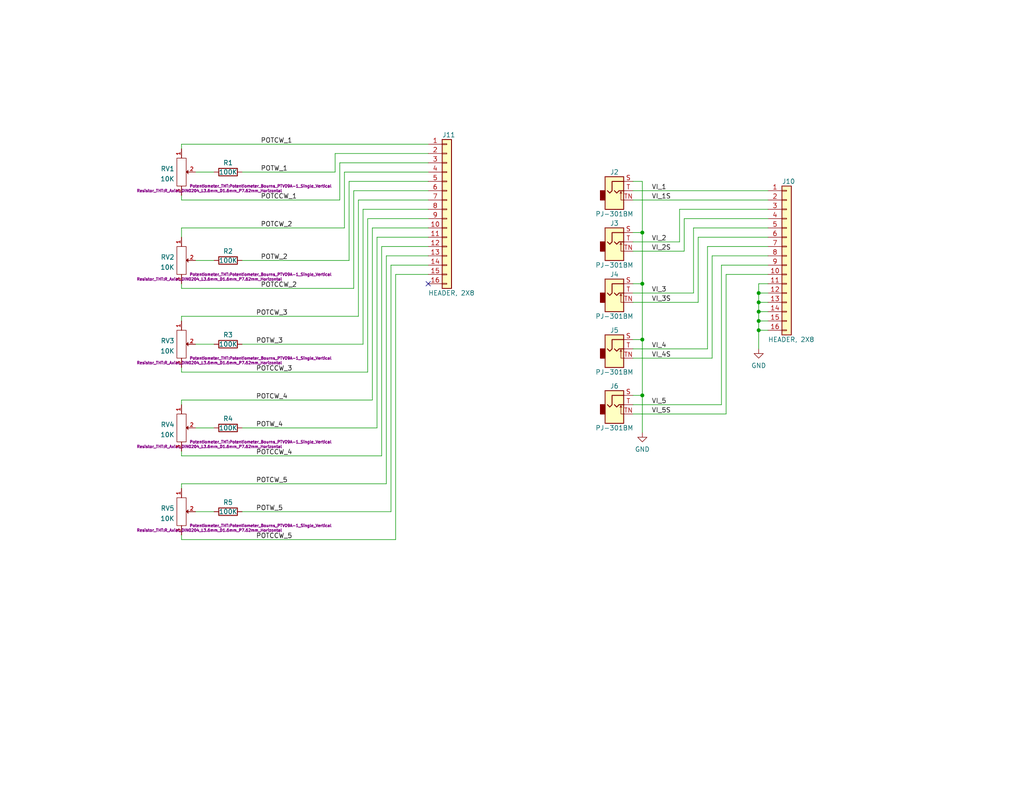
<source format=kicad_sch>
(kicad_sch (version 20211123) (generator eeschema)
  (paper "A")
  (title_block (title "SYNTH-MIXER5-01") (date "2022-10-04") (rev "1") (comment 1 "5 CHANNEL MIXER") (comment 2 "https://note.com/solder_state/n/nffc1a33053be"))
  (lib_symbols
    (symbol "Connector:AudioJack2_SwitchT"
      (property "Reference" "J" (at 0 8.89 0))
      (property "Value" "AudioJack2_SwitchT" (at 0 6.35 0))
      (symbol "AudioJack2_SwitchT_0_1"
        (rectangle (start -2.54 0) (end -3.81 -2.54) (stroke (width 0.254)) (fill (type outline)))
        (polyline (pts (xy 1.778 -0.254) (xy 2.032 -0.762)))
        (polyline (pts (xy 0 0) (xy 0.635 -0.635) (xy 1.27 0) (xy 2.54 0)) (stroke (width 0.254)))
        (polyline (pts (xy 2.54 -2.54) (xy 1.778 -2.54) (xy 1.778 -0.254) (xy 1.524 -0.762)))
        (polyline (pts (xy 2.54 2.54) (xy -0.635 2.54) (xy -0.635 0) (xy -1.27 -0.635) (xy -1.905 0)) (stroke (width 0.254)))
        (rectangle (start 2.54 3.81) (end -2.54 -5.08) (stroke (width 0.254)) (fill (type background)))
      )
      (symbol "AudioJack2_SwitchT_1_1"
        (pin passive line (at 5.08 2.54 180) (length 2.54) (name "~") (number "S"))
        (pin passive line (at 5.08 0 180) (length 2.54) (name "~") (number "T"))
        (pin passive line (at 5.08 -2.54 180) (length 2.54) (name "~") (number "TN"))
      )
    )
    (symbol "Connector_Generic:Conn_01x16" (pin_names (offset 1.016) hide)
      (property "Reference" "J" (at 0 20.32 0))
      (property "Value" "Conn_01x16" (at 0 -22.86 0))
      (symbol "Conn_01x16_1_1"
        (rectangle (start -1.27 -20.193) (end 0 -20.447) (stroke (width 0.1524)))
        (rectangle (start -1.27 -17.653) (end 0 -17.907) (stroke (width 0.1524)))
        (rectangle (start -1.27 -15.113) (end 0 -15.367) (stroke (width 0.1524)))
        (rectangle (start -1.27 -12.573) (end 0 -12.827) (stroke (width 0.1524)))
        (rectangle (start -1.27 -10.033) (end 0 -10.287) (stroke (width 0.1524)))
        (rectangle (start -1.27 -7.493) (end 0 -7.747) (stroke (width 0.1524)))
        (rectangle (start -1.27 -4.953) (end 0 -5.207) (stroke (width 0.1524)))
        (rectangle (start -1.27 -2.413) (end 0 -2.667) (stroke (width 0.1524)))
        (rectangle (start -1.27 0.127) (end 0 -0.127) (stroke (width 0.1524)))
        (rectangle (start -1.27 2.667) (end 0 2.413) (stroke (width 0.1524)))
        (rectangle (start -1.27 5.207) (end 0 4.953) (stroke (width 0.1524)))
        (rectangle (start -1.27 7.747) (end 0 7.493) (stroke (width 0.1524)))
        (rectangle (start -1.27 10.287) (end 0 10.033) (stroke (width 0.1524)))
        (rectangle (start -1.27 12.827) (end 0 12.573) (stroke (width 0.1524)))
        (rectangle (start -1.27 15.367) (end 0 15.113) (stroke (width 0.1524)))
        (rectangle (start -1.27 17.907) (end 0 17.653) (stroke (width 0.1524)))
        (rectangle (start -1.27 19.05) (end 1.27 -21.59) (stroke (width 0.254)) (fill (type background)))
        (pin passive line (at -5.08 17.78 0) (length 3.81) (name "Pin_1") (number "1"))
        (pin passive line (at -5.08 -5.08 0) (length 3.81) (name "Pin_10") (number "10"))
        (pin passive line (at -5.08 -7.62 0) (length 3.81) (name "Pin_11") (number "11"))
        (pin passive line (at -5.08 -10.16 0) (length 3.81) (name "Pin_12") (number "12"))
        (pin passive line (at -5.08 -12.7 0) (length 3.81) (name "Pin_13") (number "13"))
        (pin passive line (at -5.08 -15.24 0) (length 3.81) (name "Pin_14") (number "14"))
        (pin passive line (at -5.08 -17.78 0) (length 3.81) (name "Pin_15") (number "15"))
        (pin passive line (at -5.08 -20.32 0) (length 3.81) (name "Pin_16") (number "16"))
        (pin passive line (at -5.08 15.24 0) (length 3.81) (name "Pin_2") (number "2"))
        (pin passive line (at -5.08 12.7 0) (length 3.81) (name "Pin_3") (number "3"))
        (pin passive line (at -5.08 10.16 0) (length 3.81) (name "Pin_4") (number "4"))
        (pin passive line (at -5.08 7.62 0) (length 3.81) (name "Pin_5") (number "5"))
        (pin passive line (at -5.08 5.08 0) (length 3.81) (name "Pin_6") (number "6"))
        (pin passive line (at -5.08 2.54 0) (length 3.81) (name "Pin_7") (number "7"))
        (pin passive line (at -5.08 0 0) (length 3.81) (name "Pin_8") (number "8"))
        (pin passive line (at -5.08 -2.54 0) (length 3.81) (name "Pin_9") (number "9"))
      )
    )
    (symbol "Device:R" (pin_numbers hide) (pin_names (offset 0))
      (property "Reference" "R" (at 2.032 0 90))
      (property "Value" "R" (at 0 0 90))
      (symbol "R_0_1"
        (rectangle (start -1.016 -2.54) (end 1.016 2.54) (stroke (width 0.254)))
      )
      (symbol "R_1_1"
        (pin passive line (at 0 3.81 270) (length 1.27) (name "~") (number "1"))
        (pin passive line (at 0 -3.81 90) (length 1.27) (name "~") (number "2"))
      )
    )
    (symbol "LandBoards:POT" (pin_names (offset 1.016) hide)
      (property "Reference" "RV" (at 0 -2.54 0))
      (property "Value" "POT" (at 0 0 0))
      (symbol "POT_0_1"
        (rectangle (start -3.81 1.27) (end 3.81 -1.27))
        (polyline (pts (xy 0 1.27) (xy -0.508 1.778) (xy 0.508 1.778)) (fill (type outline)))
      )
      (symbol "POT_1_1"
        (pin passive line (at -6.35 0 0) (length 2.54) (name "1") (number "1"))
        (pin passive line (at 0 3.81 270) (length 2.032) (name "2") (number "2"))
        (pin passive line (at 6.35 0 180) (length 2.54) (name "3") (number "3"))
      )
    )
    (symbol "power:GND" (power) (pin_names (offset 0))
      (property "Value" "GND" (at 0 -3.81 0))
      (symbol "GND_0_1"
        (polyline (pts (xy 0 0) (xy 0 -1.27) (xy 1.27 -1.27) (xy 0 -2.54) (xy -1.27 -1.27) (xy 0 -1.27)))
      )
      (symbol "GND_1_1"
        (pin power_in line (at 0 0 270) (length 0) hide (name "GND") (number "1"))
      )
    )
  )
  (junction (at 175.26 63.5))
  (junction (at 207.01 85.09))
  (junction (at 207.01 80.01))
  (junction (at 207.01 90.17))
  (junction (at 207.01 87.63))
  (junction (at 175.26 77.47))
  (junction (at 175.26 92.71))
  (junction (at 207.01 82.55))
  (junction (at 175.26 107.95))
  (no_connect (at 116.84 77.47))
  (wire (pts (xy 207.01 95.25) (xy 207.01 90.17)))
  (wire (pts (xy 107.95 147.32) (xy 107.95 74.93)))
  (wire (pts (xy 116.84 69.85) (xy 105.41 69.85)))
  (wire (pts (xy 96.52 78.74) (xy 96.52 52.07)))
  (wire (pts (xy 49.53 100.33) (xy 49.53 101.6)))
  (wire (pts (xy 116.84 62.23) (xy 101.6 62.23)))
  (wire (pts (xy 102.87 116.84) (xy 66.04 116.84)))
  (wire (pts (xy 116.84 72.39) (xy 106.68 72.39)))
  (wire (pts (xy 49.53 77.47) (xy 49.53 78.74)))
  (wire (pts (xy 172.72 80.01) (xy 189.23 80.01)))
  (wire (pts (xy 185.42 66.04) (xy 185.42 57.15)))
  (wire (pts (xy 207.01 90.17) (xy 207.01 87.63)))
  (wire (pts (xy 104.14 67.31) (xy 104.14 124.46)))
  (wire (pts (xy 172.72 49.53) (xy 175.26 49.53)))
  (wire (pts (xy 207.01 80.01) (xy 207.01 77.47)))
  (wire (pts (xy 175.26 107.95) (xy 175.26 118.11)))
  (wire (pts (xy 198.12 74.93) (xy 209.55 74.93)))
  (wire (pts (xy 49.53 133.35) (xy 49.53 132.08)))
  (wire (pts (xy 172.72 95.25) (xy 193.04 95.25)))
  (wire (pts (xy 49.53 54.61) (xy 92.71 54.61)))
  (wire (pts (xy 106.68 72.39) (xy 106.68 139.7)))
  (wire (pts (xy 196.85 110.49) (xy 196.85 72.39)))
  (wire (pts (xy 107.95 74.93) (xy 116.84 74.93)))
  (wire (pts (xy 175.26 92.71) (xy 175.26 107.95)))
  (wire (pts (xy 175.26 77.47) (xy 175.26 92.71)))
  (wire (pts (xy 49.53 147.32) (xy 107.95 147.32)))
  (wire (pts (xy 49.53 39.37) (xy 49.53 40.64)))
  (wire (pts (xy 102.87 64.77) (xy 102.87 116.84)))
  (wire (pts (xy 207.01 77.47) (xy 209.55 77.47)))
  (wire (pts (xy 49.53 64.77) (xy 49.53 62.23)))
  (wire (pts (xy 49.53 78.74) (xy 96.52 78.74)))
  (wire (pts (xy 58.42 93.98) (xy 53.34 93.98)))
  (wire (pts (xy 185.42 57.15) (xy 209.55 57.15)))
  (wire (pts (xy 172.72 68.58) (xy 186.69 68.58)))
  (wire (pts (xy 193.04 95.25) (xy 193.04 67.31)))
  (wire (pts (xy 175.26 63.5) (xy 175.26 77.47)))
  (wire (pts (xy 49.53 86.36) (xy 97.79 86.36)))
  (wire (pts (xy 96.52 52.07) (xy 116.84 52.07)))
  (wire (pts (xy 172.72 97.79) (xy 194.31 97.79)))
  (wire (pts (xy 66.04 93.98) (xy 99.06 93.98)))
  (wire (pts (xy 101.6 62.23) (xy 101.6 109.22)))
  (wire (pts (xy 58.42 139.7) (xy 53.34 139.7)))
  (wire (pts (xy 93.98 62.23) (xy 93.98 46.99)))
  (wire (pts (xy 175.26 49.53) (xy 175.26 63.5)))
  (wire (pts (xy 186.69 68.58) (xy 186.69 59.69)))
  (wire (pts (xy 198.12 113.03) (xy 198.12 74.93)))
  (wire (pts (xy 99.06 57.15) (xy 99.06 93.98)))
  (wire (pts (xy 106.68 139.7) (xy 66.04 139.7)))
  (wire (pts (xy 97.79 86.36) (xy 97.79 54.61)))
  (wire (pts (xy 101.6 109.22) (xy 49.53 109.22)))
  (wire (pts (xy 194.31 97.79) (xy 194.31 69.85)))
  (wire (pts (xy 172.72 82.55) (xy 190.5 82.55)))
  (wire (pts (xy 116.84 41.91) (xy 91.44 41.91)))
  (wire (pts (xy 95.25 71.12) (xy 95.25 49.53)))
  (wire (pts (xy 194.31 69.85) (xy 209.55 69.85)))
  (wire (pts (xy 116.84 57.15) (xy 99.06 57.15)))
  (wire (pts (xy 207.01 82.55) (xy 209.55 82.55)))
  (wire (pts (xy 49.53 123.19) (xy 49.53 124.46)))
  (wire (pts (xy 93.98 46.99) (xy 116.84 46.99)))
  (wire (pts (xy 100.33 59.69) (xy 100.33 101.6)))
  (wire (pts (xy 100.33 101.6) (xy 49.53 101.6)))
  (wire (pts (xy 189.23 62.23) (xy 209.55 62.23)))
  (wire (pts (xy 49.53 87.63) (xy 49.53 86.36)))
  (wire (pts (xy 172.72 63.5) (xy 175.26 63.5)))
  (wire (pts (xy 207.01 85.09) (xy 209.55 85.09)))
  (wire (pts (xy 49.53 132.08) (xy 105.41 132.08)))
  (wire (pts (xy 172.72 54.61) (xy 209.55 54.61)))
  (wire (pts (xy 66.04 71.12) (xy 95.25 71.12)))
  (wire (pts (xy 49.53 53.34) (xy 49.53 54.61)))
  (wire (pts (xy 190.5 64.77) (xy 209.55 64.77)))
  (wire (pts (xy 97.79 54.61) (xy 116.84 54.61)))
  (wire (pts (xy 105.41 69.85) (xy 105.41 132.08)))
  (wire (pts (xy 95.25 49.53) (xy 116.84 49.53)))
  (wire (pts (xy 172.72 77.47) (xy 175.26 77.47)))
  (wire (pts (xy 104.14 124.46) (xy 49.53 124.46)))
  (wire (pts (xy 207.01 85.09) (xy 207.01 82.55)))
  (wire (pts (xy 207.01 87.63) (xy 207.01 85.09)))
  (wire (pts (xy 92.71 54.61) (xy 92.71 44.45)))
  (wire (pts (xy 49.53 110.49) (xy 49.53 109.22)))
  (wire (pts (xy 172.72 113.03) (xy 198.12 113.03)))
  (wire (pts (xy 193.04 67.31) (xy 209.55 67.31)))
  (wire (pts (xy 92.71 44.45) (xy 116.84 44.45)))
  (wire (pts (xy 116.84 59.69) (xy 100.33 59.69)))
  (wire (pts (xy 116.84 67.31) (xy 104.14 67.31)))
  (wire (pts (xy 49.53 62.23) (xy 93.98 62.23)))
  (wire (pts (xy 66.04 46.99) (xy 91.44 46.99)))
  (wire (pts (xy 196.85 72.39) (xy 209.55 72.39)))
  (wire (pts (xy 207.01 90.17) (xy 209.55 90.17)))
  (wire (pts (xy 49.53 39.37) (xy 116.84 39.37)))
  (wire (pts (xy 53.34 71.12) (xy 58.42 71.12)))
  (wire (pts (xy 116.84 64.77) (xy 102.87 64.77)))
  (wire (pts (xy 189.23 80.01) (xy 189.23 62.23)))
  (wire (pts (xy 172.72 92.71) (xy 175.26 92.71)))
  (wire (pts (xy 172.72 52.07) (xy 209.55 52.07)))
  (wire (pts (xy 172.72 66.04) (xy 185.42 66.04)))
  (wire (pts (xy 190.5 82.55) (xy 190.5 64.77)))
  (wire (pts (xy 91.44 41.91) (xy 91.44 46.99)))
  (wire (pts (xy 186.69 59.69) (xy 209.55 59.69)))
  (wire (pts (xy 49.53 146.05) (xy 49.53 147.32)))
  (wire (pts (xy 53.34 46.99) (xy 58.42 46.99)))
  (wire (pts (xy 58.42 116.84) (xy 53.34 116.84)))
  (wire (pts (xy 172.72 110.49) (xy 196.85 110.49)))
  (wire (pts (xy 207.01 87.63) (xy 209.55 87.63)))
  (wire (pts (xy 207.01 80.01) (xy 209.55 80.01)))
  (wire (pts (xy 172.72 107.95) (xy 175.26 107.95)))
  (wire (pts (xy 207.01 82.55) (xy 207.01 80.01)))
  (label "VI_1S" (at 177.8 54.61 0))
  (label "VI_2" (at 177.8 66.04 0))
  (label "POTW_2" (at 71.12 71.12 0))
  (label "POTW_3" (at 69.85 93.98 0))
  (label "POTCCW_5" (at 69.85 147.32 0))
  (label "VI_3" (at 177.8 80.01 0))
  (label "VI_4" (at 177.8 95.25 0))
  (label "POTCCW_2" (at 71.12 78.74 0))
  (label "POTW_1" (at 71.12 46.99 0))
  (label "VI_2S" (at 177.8 68.58 0))
  (label "POTCW_4" (at 69.85 109.22 0))
  (label "POTCW_2" (at 71.12 62.23 0))
  (label "POTW_5" (at 69.85 139.7 0))
  (label "POTCW_1" (at 71.12 39.37 0))
  (label "VI_5" (at 177.8 110.49 0))
  (label "POTCCW_4" (at 69.85 124.46 0))
  (label "VI_1" (at 177.8 52.07 0))
  (label "POTCW_3" (at 69.85 86.36 0))
  (label "POTW_4" (at 69.85 116.84 0))
  (label "POTCCW_1" (at 71.12 54.61 0))
  (label "POTCW_5" (at 69.85 132.08 0))
  (label "POTCCW_3" (at 69.85 101.6 0))
  (label "VI_4S" (at 177.8 97.79 0))
  (label "VI_5S" (at 177.8 113.03 0))
  (label "VI_3S" (at 177.8 82.55 0))
  (symbol (lib_id "Device:R") (at 62.23 139.7 90) (unit 1)
    (property "Reference" "R5" (at 62.23 137.16 90))
    (property "Value" "100K" (at 62.23 139.7 90))
    (property "Footprint" "Resistor_THT:R_Axial_DIN0204_L3.6mm_D1.6mm_P7.62mm_Horizontal" (at 57.15 144.78 90) (effects (font (size 0.762 0.762))))
    (property "Datasheet" "https://www.mouser.com/ProductDetail/Xicon/299-2.2K-RC?qs=QaPBMFBEHz3RDbXknTj%252ByA%3D%3D" (effects hide))
  )
  (symbol (lib_id "power:GND") (at 207.01 95.25 0) (unit 1)
    (property "Reference" "#PWR0101" (effects hide))
    (property "Value" "GND" (at 207.01 99.8125 0))
  )
  (symbol (lib_id "Connector:AudioJack2_SwitchT") (at 167.64 66.04 0) (unit 1)
    (property "Reference" "J3" (at 167.64 60.96 0))
    (property "Value" "PJ-301BM" (at 167.64 72.39 0))
    (property "Footprint" "AudioJacks:Jack_3.5mm_QingPu_WQP-PJ301BM_Vertical" (effects hide))
    (property "Datasheet" "https://www.taydaelectronics.com/pj-301bm-3-5-mm-mono-phone-jack.html" (effects hide))
  )
  (symbol (lib_id "Device:R") (at 62.23 46.99 90) (unit 1)
    (property "Reference" "R1" (at 62.23 44.45 90))
    (property "Value" "100K" (at 62.23 46.99 90))
    (property "Footprint" "Resistor_THT:R_Axial_DIN0204_L3.6mm_D1.6mm_P7.62mm_Horizontal" (at 57.15 52.07 90) (effects (font (size 0.762 0.762))))
    (property "Datasheet" "https://www.mouser.com/ProductDetail/Xicon/299-2.2K-RC?qs=QaPBMFBEHz3RDbXknTj%252ByA%3D%3D" (effects hide))
  )
  (symbol (lib_id "Device:R") (at 62.23 93.98 90) (unit 1)
    (property "Reference" "R3" (at 62.23 91.44 90))
    (property "Value" "100K" (at 62.23 93.98 90))
    (property "Footprint" "Resistor_THT:R_Axial_DIN0204_L3.6mm_D1.6mm_P7.62mm_Horizontal" (at 57.15 99.06 90) (effects (font (size 0.762 0.762))))
    (property "Datasheet" "https://www.mouser.com/ProductDetail/Xicon/299-2.2K-RC?qs=QaPBMFBEHz3RDbXknTj%252ByA%3D%3D" (effects hide))
  )
  (symbol (lib_id "LandBoards:POT") (at 49.53 116.84 270) (unit 1)
    (property "Reference" "RV4" (at 47.6251 115.9315 90) (effects (justify right)))
    (property "Value" "10K" (at 47.6251 118.7066 90) (effects (justify right)))
    (property "Footprint" "Potentiometer_THT:Potentiometer_Bourns_PTV09A-1_Single_Vertical" (at 71.12 120.65 90) (effects (font (size 0.762 0.762))))
  )
  (symbol (lib_id "LandBoards:POT") (at 49.53 71.12 270) (unit 1)
    (property "Reference" "RV2" (at 47.6251 70.2115 90) (effects (justify right)))
    (property "Value" "10K" (at 47.6251 72.9866 90) (effects (justify right)))
    (property "Footprint" "Potentiometer_THT:Potentiometer_Bourns_PTV09A-1_Single_Vertical" (at 71.12 74.93 90) (effects (font (size 0.762 0.762))))
  )
  (symbol (lib_id "Device:R") (at 62.23 116.84 90) (unit 1)
    (property "Reference" "R4" (at 62.23 114.3 90))
    (property "Value" "100K" (at 62.23 116.84 90))
    (property "Footprint" "Resistor_THT:R_Axial_DIN0204_L3.6mm_D1.6mm_P7.62mm_Horizontal" (at 57.15 121.92 90) (effects (font (size 0.762 0.762))))
    (property "Datasheet" "https://www.mouser.com/ProductDetail/Xicon/299-2.2K-RC?qs=QaPBMFBEHz3RDbXknTj%252ByA%3D%3D" (effects hide))
  )
  (symbol (lib_id "LandBoards:POT") (at 49.53 139.7 270) (unit 1)
    (property "Reference" "RV5" (at 47.6251 138.7915 90) (effects (justify right)))
    (property "Value" "10K" (at 47.6251 141.5666 90) (effects (justify right)))
    (property "Footprint" "Potentiometer_THT:Potentiometer_Bourns_PTV09A-1_Single_Vertical" (at 71.12 143.51 90) (effects (font (size 0.762 0.762))))
  )
  (symbol (lib_id "LandBoards:POT") (at 49.53 93.98 270) (unit 1)
    (property "Reference" "RV3" (at 47.6251 93.0715 90) (effects (justify right)))
    (property "Value" "10K" (at 47.6251 95.8466 90) (effects (justify right)))
    (property "Footprint" "Potentiometer_THT:Potentiometer_Bourns_PTV09A-1_Single_Vertical" (at 71.12 97.79 90) (effects (font (size 0.762 0.762))))
  )
  (symbol (lib_id "Connector_Generic:Conn_01x16") (at 121.92 57.15 0) (unit 1)
    (property "Reference" "J11" (at 120.65 36.83 0) (effects (justify left)))
    (property "Value" "HEADER, 2X8" (at 116.84 80.01 0) (effects (justify left)))
    (property "Footprint" "Connector_PinHeader_2.54mm:PinHeader_2x08_P2.54mm_Vertical" (effects hide))
  )
  (symbol (lib_id "Device:R") (at 62.23 71.12 90) (unit 1)
    (property "Reference" "R2" (at 62.23 68.58 90))
    (property "Value" "100K" (at 62.23 71.12 90))
    (property "Footprint" "Resistor_THT:R_Axial_DIN0204_L3.6mm_D1.6mm_P7.62mm_Horizontal" (at 57.15 76.2 90) (effects (font (size 0.762 0.762))))
    (property "Datasheet" "https://www.mouser.com/ProductDetail/Xicon/299-2.2K-RC?qs=QaPBMFBEHz3RDbXknTj%252ByA%3D%3D" (effects hide))
  )
  (symbol (lib_id "Connector:AudioJack2_SwitchT") (at 167.64 52.07 0) (unit 1)
    (property "Reference" "J2" (at 167.64 46.99 0))
    (property "Value" "PJ-301BM" (at 167.64 58.42 0))
    (property "Footprint" "AudioJacks:Jack_3.5mm_QingPu_WQP-PJ301BM_Vertical" (effects hide))
    (property "Datasheet" "https://www.taydaelectronics.com/pj-301bm-3-5-mm-mono-phone-jack.html" (effects hide))
  )
  (symbol (lib_id "Connector:AudioJack2_SwitchT") (at 167.64 110.49 0) (unit 1)
    (property "Reference" "J6" (at 167.64 105.41 0))
    (property "Value" "PJ-301BM" (at 167.64 116.84 0))
    (property "Footprint" "AudioJacks:Jack_3.5mm_QingPu_WQP-PJ301BM_Vertical" (effects hide))
    (property "Datasheet" "https://www.taydaelectronics.com/pj-301bm-3-5-mm-mono-phone-jack.html" (effects hide))
  )
  (symbol (lib_id "Connector:AudioJack2_SwitchT") (at 167.64 80.01 0) (unit 1)
    (property "Reference" "J4" (at 167.64 74.93 0))
    (property "Value" "PJ-301BM" (at 167.64 86.36 0))
    (property "Footprint" "AudioJacks:Jack_3.5mm_QingPu_WQP-PJ301BM_Vertical" (effects hide))
    (property "Datasheet" "https://www.taydaelectronics.com/pj-301bm-3-5-mm-mono-phone-jack.html" (effects hide))
  )
  (symbol (lib_id "LandBoards:POT") (at 49.53 46.99 270) (unit 1)
    (property "Reference" "RV1" (at 47.6251 46.0815 90) (effects (justify right)))
    (property "Value" "10K" (at 47.6251 48.8566 90) (effects (justify right)))
    (property "Footprint" "Potentiometer_THT:Potentiometer_Bourns_PTV09A-1_Single_Vertical" (at 71.12 50.8 90) (effects (font (size 0.762 0.762))))
  )
  (symbol (lib_id "power:GND") (at 175.26 118.11 0) (unit 1)
    (property "Reference" "#PWR0102" (effects hide))
    (property "Value" "GND" (at 175.26 122.6725 0))
  )
  (symbol (lib_id "Connector_Generic:Conn_01x16") (at 214.63 69.85 0) (unit 1)
    (property "Reference" "J10" (at 213.36 49.53 0) (effects (justify left)))
    (property "Value" "HEADER, 2X8" (at 209.55 92.71 0) (effects (justify left)))
    (property "Footprint" "Connector_PinHeader_2.54mm:PinHeader_2x08_P2.54mm_Vertical" (effects hide))
  )
  (symbol (lib_id "Connector:AudioJack2_SwitchT") (at 167.64 95.25 0) (unit 1)
    (property "Reference" "J5" (at 167.64 90.17 0))
    (property "Value" "PJ-301BM" (at 167.64 101.6 0))
    (property "Footprint" "AudioJacks:Jack_3.5mm_QingPu_WQP-PJ301BM_Vertical" (effects hide))
    (property "Datasheet" "https://www.taydaelectronics.com/pj-301bm-3-5-mm-mono-phone-jack.html" (effects hide))
  )
)
</source>
